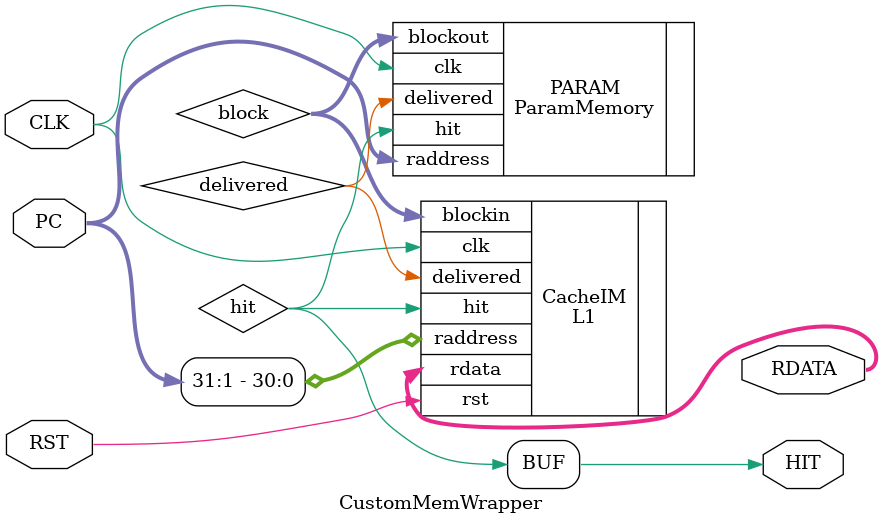
<source format=sv>
`timescale 1ns / 1ps


module CustomMemWrapper(
    
    input CLK,
    input logic RST,
    input [31:0] PC,         
    
    output logic [31:0] RDATA,
    output logic HIT );
    
    logic delivered;                                // Internal wiring
    logic [127:0] block;
    logic hit;
    
    
    assign HIT = hit;
    
    L1 CacheIM(         .clk(CLK),                  // L1
                        .rst(RST),                  
                        
                        .raddress(PC[31:1]),        // From CPU
                        .rdata(RDATA),              // To CPU
                        
                        .hit(hit),                  // To PARAM
            
                        .delivered(delivered),      // From PARAM
                        .blockin(block) );          // From PARAM
                
    ParamMemory PARAM(  .clk(CLK),                  // MAIN MEMORY
                        .raddress(PC),        // From CPU
                        .hit(hit),                  // From L1
                        .delivered(delivered),      // To L1
                        .blockout(block) );         // To L1
        
     
    
    
    
endmodule

</source>
